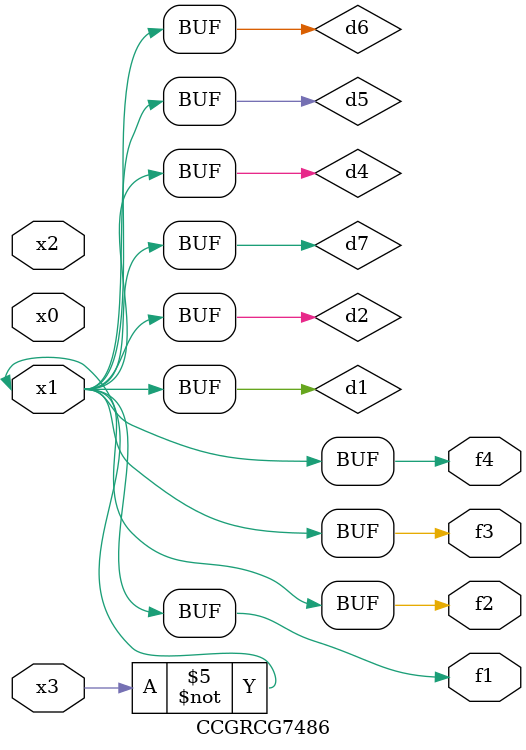
<source format=v>
module CCGRCG7486(
	input x0, x1, x2, x3,
	output f1, f2, f3, f4
);

	wire d1, d2, d3, d4, d5, d6, d7;

	not (d1, x3);
	buf (d2, x1);
	xnor (d3, d1, d2);
	nor (d4, d1);
	buf (d5, d1, d2);
	buf (d6, d4, d5);
	nand (d7, d4);
	assign f1 = d6;
	assign f2 = d7;
	assign f3 = d6;
	assign f4 = d6;
endmodule

</source>
